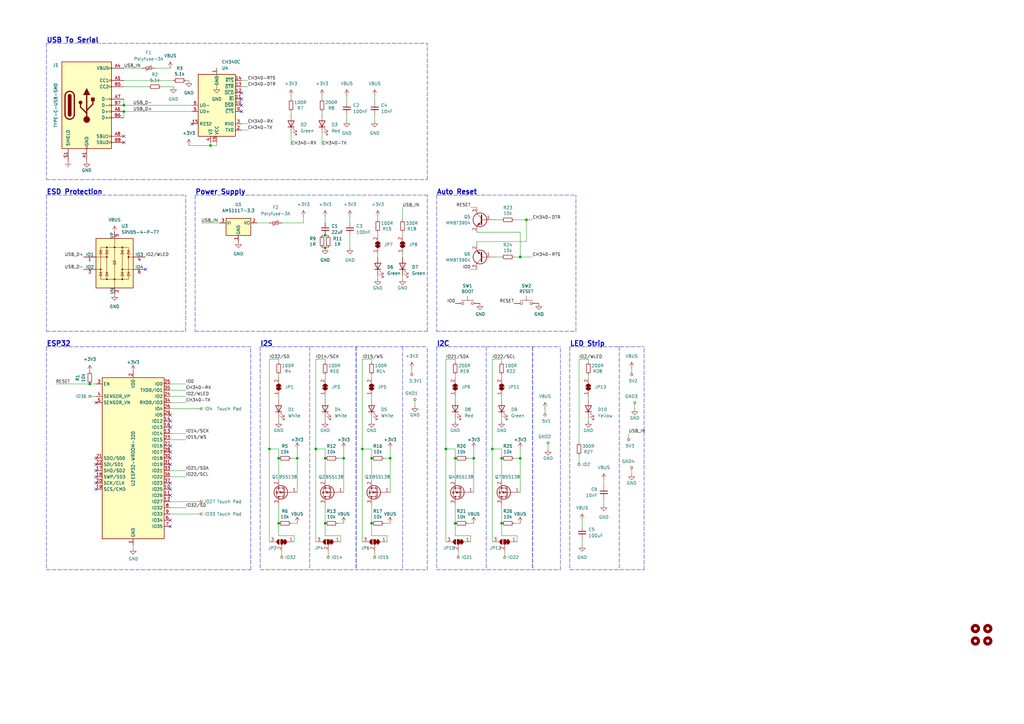
<source format=kicad_sch>
(kicad_sch (version 20211123) (generator eeschema)
  (paper "A3")
  (junction (at 201.93 184.15))
  (junction (at 129.54 184.15))
  (junction (at 152.4 187.96))
  (junction (at 86.36 59.69))
  (junction (at 110.49 184.15))
  (junction (at 152.4 214.63))
  (junction (at 205.74 187.96))
  (junction (at 140.97 187.96))
  (junction (at 194.31 187.96))
  (junction (at 114.3 214.63))
  (junction (at 114.3 187.96))
  (junction (at 121.92 187.96))
  (junction (at 50.8 45.72))
  (junction (at 182.88 184.15))
  (junction (at 50.8 43.18))
  (junction (at 36.83 157.48))
  (junction (at 148.59 184.15))
  (junction (at 213.36 105.41))
  (junction (at 213.36 187.96))
  (junction (at 133.35 96.52))
  (junction (at 133.35 101.6))
  (junction (at 160.02 187.96))
  (junction (at 186.69 187.96))
  (junction (at 133.35 187.96))
  (junction (at 205.74 214.63))
  (junction (at 186.69 214.63))
  (junction (at 215.9 90.17))
  (junction (at 133.35 214.63))
  (no_connect (at 59.69 110.49))
  (no_connect (at 69.85 182.88))
  (no_connect (at 69.85 185.42))
  (no_connect (at 50.8 58.42))
  (no_connect (at 50.8 55.88))
  (no_connect (at 39.37 200.66))
  (no_connect (at 39.37 198.12))
  (no_connect (at 39.37 195.58))
  (no_connect (at 39.37 193.04))
  (no_connect (at 39.37 190.5))
  (no_connect (at 39.37 187.96))
  (no_connect (at 69.85 215.9))
  (no_connect (at 69.85 213.36))
  (no_connect (at 39.37 165.1))
  (no_connect (at 69.85 172.72))
  (no_connect (at 78.74 50.8))
  (no_connect (at 99.06 43.18))
  (no_connect (at 99.06 45.72))
  (no_connect (at 99.06 38.1))
  (no_connect (at 99.06 40.64))
  (no_connect (at 69.85 175.26))
  (no_connect (at 69.85 198.12))
  (no_connect (at 69.85 200.66))
  (no_connect (at 69.85 187.96))
  (no_connect (at 69.85 190.5))
  (no_connect (at 69.85 170.18))
  (no_connect (at 69.85 203.2))
  (polyline (pts (xy 19.05 80.01) (xy 19.05 135.89)))
  (wire (pts (xy 186.69 153.67) (xy 186.69 154.94)))
  (polyline (pts (xy 179.07 142.24) (xy 179.07 233.68)))
  (wire (pts (xy 133.35 171.45) (xy 133.35 172.72)))
  (wire (pts (xy 69.85 193.04) (xy 76.2 193.04)))
  (wire (pts (xy 205.74 184.15) (xy 205.74 187.96)))
  (wire (pts (xy 132.08 101.6) (xy 133.35 101.6)))
  (wire (pts (xy 114.3 162.56) (xy 114.3 163.83)))
  (wire (pts (xy 69.85 210.82) (xy 82.55 210.82)))
  (wire (pts (xy 205.74 207.01) (xy 205.74 214.63)))
  (polyline (pts (xy 233.68 142.24) (xy 264.16 142.24)))
  (wire (pts (xy 132.08 96.52) (xy 133.35 96.52)))
  (wire (pts (xy 50.8 35.56) (xy 60.96 35.56)))
  (wire (pts (xy 152.4 147.32) (xy 152.4 148.59)))
  (wire (pts (xy 133.35 162.56) (xy 133.35 163.83)))
  (polyline (pts (xy 146.05 142.24) (xy 146.05 233.68)))
  (wire (pts (xy 124.46 91.44) (xy 124.46 88.9)))
  (wire (pts (xy 114.3 207.01) (xy 114.3 214.63)))
  (polyline (pts (xy 19.05 135.89) (xy 76.2 135.89)))
  (wire (pts (xy 142.24 39.37) (xy 142.24 41.91)))
  (wire (pts (xy 121.92 187.96) (xy 121.92 184.15)))
  (wire (pts (xy 237.49 147.32) (xy 237.49 181.61)))
  (wire (pts (xy 153.67 46.99) (xy 153.67 49.53)))
  (wire (pts (xy 160.02 187.96) (xy 160.02 184.15)))
  (wire (pts (xy 69.85 167.64) (xy 82.55 167.64)))
  (wire (pts (xy 201.93 184.15) (xy 205.74 184.15)))
  (wire (pts (xy 69.85 157.48) (xy 76.2 157.48)))
  (wire (pts (xy 63.5 27.94) (xy 69.85 27.94)))
  (wire (pts (xy 86.36 58.42) (xy 86.36 59.69)))
  (wire (pts (xy 69.85 177.8) (xy 76.2 177.8)))
  (wire (pts (xy 160.02 201.93) (xy 160.02 187.96)))
  (wire (pts (xy 121.92 201.93) (xy 121.92 187.96)))
  (polyline (pts (xy 199.39 142.24) (xy 199.39 233.68)))
  (polyline (pts (xy 218.44 142.24) (xy 218.44 233.68)))
  (wire (pts (xy 203.2 105.41) (xy 205.74 105.41)))
  (wire (pts (xy 247.65 204.47) (xy 247.65 207.01)))
  (wire (pts (xy 119.38 187.96) (xy 121.92 187.96)))
  (wire (pts (xy 110.49 184.15) (xy 114.3 184.15)))
  (wire (pts (xy 186.69 219.71) (xy 193.04 219.71)))
  (wire (pts (xy 203.2 90.17) (xy 205.74 90.17)))
  (wire (pts (xy 143.51 96.52) (xy 143.51 101.6)))
  (wire (pts (xy 194.31 187.96) (xy 194.31 184.15)))
  (wire (pts (xy 129.54 184.15) (xy 133.35 184.15)))
  (wire (pts (xy 260.35 167.64) (xy 260.35 165.1)))
  (polyline (pts (xy 80.01 80.01) (xy 80.01 135.89)))
  (wire (pts (xy 69.85 160.02) (xy 76.2 160.02)))
  (wire (pts (xy 115.57 226.06) (xy 115.57 228.6)))
  (wire (pts (xy 186.69 184.15) (xy 186.69 187.96)))
  (wire (pts (xy 142.24 46.99) (xy 142.24 49.53)))
  (polyline (pts (xy 80.01 135.89) (xy 175.26 135.89)))
  (wire (pts (xy 210.82 187.96) (xy 213.36 187.96)))
  (polyline (pts (xy 19.05 17.78) (xy 175.26 17.78)))
  (wire (pts (xy 153.67 226.06) (xy 153.67 228.6)))
  (polyline (pts (xy 102.87 233.68) (xy 102.87 142.24)))
  (wire (pts (xy 119.38 39.37) (xy 119.38 40.64)))
  (wire (pts (xy 154.94 113.03) (xy 154.94 114.3)))
  (polyline (pts (xy 146.05 142.24) (xy 146.05 233.68)))
  (wire (pts (xy 140.97 201.93) (xy 140.97 187.96)))
  (wire (pts (xy 110.49 147.32) (xy 114.3 147.32)))
  (wire (pts (xy 182.88 147.32) (xy 186.69 147.32)))
  (wire (pts (xy 110.49 184.15) (xy 110.49 222.25)))
  (wire (pts (xy 119.38 45.72) (xy 119.38 46.99)))
  (wire (pts (xy 133.35 153.67) (xy 133.35 154.94)))
  (wire (pts (xy 207.01 226.06) (xy 207.01 228.6)))
  (wire (pts (xy 154.94 95.25) (xy 154.94 96.52)))
  (wire (pts (xy 114.3 187.96) (xy 114.3 196.85)))
  (wire (pts (xy 210.82 214.63) (xy 213.36 214.63)))
  (wire (pts (xy 205.74 214.63) (xy 205.74 219.71)))
  (wire (pts (xy 119.38 214.63) (xy 121.92 214.63)))
  (polyline (pts (xy 179.07 135.89) (xy 236.22 135.89)))
  (wire (pts (xy 22.86 157.48) (xy 36.83 157.48)))
  (wire (pts (xy 133.35 214.63) (xy 133.35 219.71)))
  (wire (pts (xy 69.85 165.1) (xy 76.2 165.1)))
  (wire (pts (xy 120.65 219.71) (xy 120.65 222.25)))
  (polyline (pts (xy 229.87 233.68) (xy 229.87 142.24)))
  (wire (pts (xy 182.88 184.15) (xy 182.88 222.25)))
  (polyline (pts (xy 106.68 142.24) (xy 106.68 233.68)))
  (polyline (pts (xy 106.68 233.68) (xy 175.26 233.68)))
  (polyline (pts (xy 179.07 142.24) (xy 229.87 142.24)))
  (polyline (pts (xy 179.07 80.01) (xy 179.07 135.89)))
  (wire (pts (xy 157.48 187.96) (xy 160.02 187.96)))
  (wire (pts (xy 193.04 219.71) (xy 193.04 222.25)))
  (wire (pts (xy 50.8 45.72) (xy 50.8 48.26)))
  (polyline (pts (xy 19.05 142.24) (xy 19.05 233.68)))
  (wire (pts (xy 191.77 214.63) (xy 194.31 214.63)))
  (wire (pts (xy 114.3 219.71) (xy 120.65 219.71)))
  (wire (pts (xy 115.57 91.44) (xy 124.46 91.44)))
  (wire (pts (xy 165.1 113.03) (xy 165.1 114.3)))
  (wire (pts (xy 36.83 157.48) (xy 39.37 157.48)))
  (wire (pts (xy 36.83 162.56) (xy 39.37 162.56)))
  (wire (pts (xy 148.59 147.32) (xy 148.59 184.15)))
  (polyline (pts (xy 179.07 233.68) (xy 229.87 233.68)))
  (wire (pts (xy 205.74 219.71) (xy 212.09 219.71)))
  (wire (pts (xy 182.88 147.32) (xy 182.88 184.15)))
  (polyline (pts (xy 19.05 233.68) (xy 102.87 233.68)))
  (wire (pts (xy 186.69 147.32) (xy 186.69 148.59)))
  (wire (pts (xy 50.8 43.18) (xy 78.74 43.18)))
  (wire (pts (xy 193.04 85.09) (xy 195.58 85.09)))
  (polyline (pts (xy 175.26 135.89) (xy 175.26 80.01)))
  (wire (pts (xy 138.43 187.96) (xy 140.97 187.96)))
  (wire (pts (xy 195.58 99.06) (xy 215.9 99.06)))
  (wire (pts (xy 114.3 184.15) (xy 114.3 187.96)))
  (polyline (pts (xy 236.22 135.89) (xy 236.22 80.01)))
  (polyline (pts (xy 233.68 233.68) (xy 264.16 233.68)))
  (wire (pts (xy 50.8 27.94) (xy 58.42 27.94)))
  (wire (pts (xy 152.4 207.01) (xy 152.4 214.63)))
  (wire (pts (xy 132.08 45.72) (xy 132.08 46.99)))
  (wire (pts (xy 213.36 105.41) (xy 218.44 105.41)))
  (wire (pts (xy 69.85 195.58) (xy 76.2 195.58)))
  (polyline (pts (xy 254 142.24) (xy 254 233.68)))
  (wire (pts (xy 133.35 207.01) (xy 133.35 214.63)))
  (wire (pts (xy 99.06 35.56) (xy 101.6 35.56)))
  (wire (pts (xy 50.8 33.02) (xy 71.12 33.02)))
  (wire (pts (xy 77.47 59.69) (xy 86.36 59.69)))
  (wire (pts (xy 195.58 100.33) (xy 195.58 99.06)))
  (wire (pts (xy 194.31 201.93) (xy 194.31 187.96)))
  (wire (pts (xy 133.35 147.32) (xy 133.35 148.59)))
  (wire (pts (xy 152.4 162.56) (xy 152.4 163.83)))
  (wire (pts (xy 205.74 153.67) (xy 205.74 154.94)))
  (wire (pts (xy 88.9 58.42) (xy 88.9 59.69)))
  (wire (pts (xy 129.54 147.32) (xy 133.35 147.32)))
  (wire (pts (xy 186.69 171.45) (xy 186.69 172.72)))
  (wire (pts (xy 132.08 39.37) (xy 132.08 40.64)))
  (wire (pts (xy 133.35 101.6) (xy 134.62 101.6)))
  (polyline (pts (xy 19.05 17.78) (xy 19.05 73.66)))
  (wire (pts (xy 205.74 171.45) (xy 205.74 172.72)))
  (polyline (pts (xy 80.01 80.01) (xy 175.26 80.01)))
  (wire (pts (xy 114.3 214.63) (xy 114.3 219.71)))
  (wire (pts (xy 191.77 187.96) (xy 194.31 187.96)))
  (wire (pts (xy 165.1 104.14) (xy 165.1 105.41)))
  (wire (pts (xy 157.48 214.63) (xy 160.02 214.63)))
  (wire (pts (xy 88.9 35.56) (xy 88.9 27.94)))
  (polyline (pts (xy 264.16 233.68) (xy 264.16 142.24)))
  (polyline (pts (xy 179.07 80.01) (xy 236.22 80.01)))
  (wire (pts (xy 129.54 184.15) (xy 129.54 222.25)))
  (polyline (pts (xy 106.68 142.24) (xy 175.26 142.24)))
  (wire (pts (xy 205.74 187.96) (xy 205.74 196.85)))
  (wire (pts (xy 186.69 207.01) (xy 186.69 214.63)))
  (wire (pts (xy 119.38 54.61) (xy 119.38 59.69)))
  (polyline (pts (xy 19.05 142.24) (xy 102.87 142.24)))
  (wire (pts (xy 139.7 219.71) (xy 139.7 222.25)))
  (polyline (pts (xy 175.26 233.68) (xy 175.26 142.24)))
  (wire (pts (xy 182.88 184.15) (xy 186.69 184.15)))
  (wire (pts (xy 224.79 184.15) (xy 224.79 181.61)))
  (wire (pts (xy 201.93 147.32) (xy 201.93 184.15)))
  (wire (pts (xy 148.59 184.15) (xy 148.59 222.25)))
  (wire (pts (xy 237.49 186.69) (xy 237.49 190.5)))
  (polyline (pts (xy 19.05 73.66) (xy 175.26 73.66)))
  (wire (pts (xy 223.52 167.64) (xy 223.52 170.18)))
  (wire (pts (xy 170.18 166.37) (xy 170.18 163.83)))
  (wire (pts (xy 241.3 162.56) (xy 241.3 163.83)))
  (wire (pts (xy 186.69 162.56) (xy 186.69 163.83)))
  (wire (pts (xy 133.35 184.15) (xy 133.35 187.96)))
  (wire (pts (xy 143.51 88.9) (xy 143.51 91.44)))
  (wire (pts (xy 152.4 153.67) (xy 152.4 154.94)))
  (wire (pts (xy 205.74 147.32) (xy 205.74 148.59)))
  (wire (pts (xy 201.93 147.32) (xy 205.74 147.32)))
  (polyline (pts (xy 76.2 135.89) (xy 76.2 80.01)))
  (wire (pts (xy 152.4 219.71) (xy 158.75 219.71)))
  (wire (pts (xy 148.59 184.15) (xy 152.4 184.15)))
  (wire (pts (xy 195.58 95.25) (xy 213.36 95.25)))
  (wire (pts (xy 114.3 153.67) (xy 114.3 154.94)))
  (wire (pts (xy 86.36 59.69) (xy 88.9 59.69)))
  (polyline (pts (xy 127 142.24) (xy 127 233.68)))
  (wire (pts (xy 213.36 187.96) (xy 213.36 184.15)))
  (polyline (pts (xy 175.26 73.66) (xy 175.26 17.78)))
  (polyline (pts (xy 19.05 80.01) (xy 76.2 80.01)))
  (wire (pts (xy 257.81 177.8) (xy 257.81 180.34)))
  (wire (pts (xy 213.36 95.25) (xy 213.36 105.41)))
  (wire (pts (xy 50.8 45.72) (xy 78.74 45.72)))
  (wire (pts (xy 54.61 223.52) (xy 54.61 224.79)))
  (wire (pts (xy 148.59 147.32) (xy 152.4 147.32)))
  (wire (pts (xy 158.75 219.71) (xy 158.75 222.25)))
  (wire (pts (xy 133.35 187.96) (xy 133.35 196.85)))
  (wire (pts (xy 241.3 147.32) (xy 241.3 148.59)))
  (wire (pts (xy 76.2 33.02) (xy 77.47 33.02)))
  (wire (pts (xy 69.85 205.74) (xy 82.55 205.74)))
  (wire (pts (xy 140.97 187.96) (xy 140.97 184.15)))
  (wire (pts (xy 193.04 110.49) (xy 195.58 110.49)))
  (wire (pts (xy 132.08 54.61) (xy 132.08 59.69)))
  (wire (pts (xy 138.43 214.63) (xy 140.97 214.63)))
  (wire (pts (xy 210.82 105.41) (xy 213.36 105.41)))
  (wire (pts (xy 153.67 39.37) (xy 153.67 41.91)))
  (wire (pts (xy 154.94 88.9) (xy 154.94 90.17)))
  (wire (pts (xy 69.85 208.28) (xy 76.2 208.28)))
  (wire (pts (xy 133.35 88.9) (xy 133.35 91.44)))
  (wire (pts (xy 69.85 180.34) (xy 76.2 180.34)))
  (wire (pts (xy 82.55 91.44) (xy 90.17 91.44)))
  (wire (pts (xy 205.74 162.56) (xy 205.74 163.83)))
  (wire (pts (xy 66.04 35.56) (xy 71.12 35.56)))
  (wire (pts (xy 187.96 226.06) (xy 187.96 228.6)))
  (wire (pts (xy 134.62 226.06) (xy 134.62 228.6)))
  (wire (pts (xy 201.93 184.15) (xy 201.93 222.25)))
  (wire (pts (xy 110.49 91.44) (xy 105.41 91.44)))
  (wire (pts (xy 152.4 171.45) (xy 152.4 172.72)))
  (wire (pts (xy 238.76 213.36) (xy 238.76 215.9)))
  (wire (pts (xy 186.69 214.63) (xy 186.69 219.71)))
  (wire (pts (xy 259.08 151.13) (xy 259.08 153.67)))
  (wire (pts (xy 69.85 162.56) (xy 76.2 162.56)))
  (wire (pts (xy 152.4 187.96) (xy 152.4 196.85)))
  (polyline (pts (xy 165.1 142.24) (xy 165.1 233.68)))
  (wire (pts (xy 154.94 104.14) (xy 154.94 105.41)))
  (wire (pts (xy 168.91 151.13) (xy 168.91 153.67)))
  (wire (pts (xy 186.69 187.96) (xy 186.69 196.85)))
  (wire (pts (xy 241.3 153.67) (xy 241.3 154.94)))
  (wire (pts (xy 215.9 90.17) (xy 218.44 90.17)))
  (wire (pts (xy 114.3 147.32) (xy 114.3 148.59)))
  (wire (pts (xy 152.4 184.15) (xy 152.4 187.96)))
  (wire (pts (xy 99.06 50.8) (xy 101.6 50.8)))
  (wire (pts (xy 259.08 194.31) (xy 259.08 191.77)))
  (wire (pts (xy 247.65 196.85) (xy 247.65 199.39)))
  (wire (pts (xy 212.09 219.71) (xy 212.09 222.25)))
  (wire (pts (xy 237.49 147.32) (xy 241.3 147.32)))
  (wire (pts (xy 152.4 214.63) (xy 152.4 219.71)))
  (wire (pts (xy 213.36 201.93) (xy 213.36 187.96)))
  (wire (pts (xy 165.1 85.09) (xy 165.1 90.17)))
  (wire (pts (xy 99.06 53.34) (xy 101.6 53.34)))
  (polyline (pts (xy 233.68 142.24) (xy 233.68 233.68)))
  (wire (pts (xy 133.35 219.71) (xy 139.7 219.71)))
  (wire (pts (xy 114.3 171.45) (xy 114.3 172.72)))
  (wire (pts (xy 99.06 33.02) (xy 101.6 33.02)))
  (wire (pts (xy 129.54 147.32) (xy 129.54 184.15)))
  (wire (pts (xy 165.1 95.25) (xy 165.1 96.52)))
  (wire (pts (xy 210.82 90.17) (xy 215.9 90.17)))
  (wire (pts (xy 110.49 147.32) (xy 110.49 184.15)))
  (wire (pts (xy 133.35 96.52) (xy 134.62 96.52)))
  (wire (pts (xy 50.8 40.64) (xy 50.8 43.18)))
  (wire (pts (xy 238.76 220.98) (xy 238.76 223.52)))
  (wire (pts (xy 215.9 99.06) (xy 215.9 90.17)))
  (polyline (pts (xy 218.44 142.24) (xy 218.44 233.68)))
  (wire (pts (xy 241.3 171.45) (xy 241.3 172.72)))
  (text "ESP32\n" (at 19.05 142.24 0) (effects (font (size 2 2) (thickness 0.4) bold) (justify left bottom)))
  (text "I2C\n" (at 179.07 142.24 0) (effects (font (size 2 2) (thickness 0.4) bold) (justify left bottom)))
  (text "USB To Serial" (at 19.05 17.78 0) (effects (font (size 2 2) (thickness 0.4) bold) (justify left bottom)))
  (text "ESD Protection\n" (at 19.05 80.01 0) (effects (font (size 2 2) (thickness 0.4) bold) (justify left bottom)))
  (text "I2S" (at 106.68 142.24 0) (effects (font (size 2 2) (thickness 0.4) bold) (justify left bottom)))
  (text "LED Strip\n" (at 233.68 142.24 0) (effects (font (size 2 2) (thickness 0.4) bold) (justify left bottom)))
  (text "Auto Reset" (at 179.07 80.01 0) (effects (font (size 2 2) (thickness 0.4) bold) (justify left bottom)))
  (text "Power Supply\n" (at 80.01 80.01 0) (effects (font (size 2 2) (thickness 0.4) bold) (justify left bottom)))
  (label "CH340-TX" (at 132.08 59.69 0))
  (label "USB_IN" (at 50.8 27.94 0))
  (label "CH340-RX" (at 76.2 160.02 0))
  (label "USB_D+" (at 34.29 105.41 180))
  (label "USB_IN" (at 165.1 85.09 0))
  (label "IO0" (at 76.2 157.48 0))
  (label "RESET" (at 193.04 85.09 180))
  (label "IO15{slash}WS" (at 76.2 180.34 0))
  (label "RESET" (at 22.86 157.48 0))
  (label "CH340-DTR" (at 218.44 90.17 0))
  (label "IO14{slash}SCK" (at 129.54 147.32 0))
  (label "RESET" (at 210.82 124.46 180))
  (label "IO32{slash}SD" (at 76.2 208.28 0))
  (label "USB_IN" (at 82.55 91.44 0))
  (label "USB_IN" (at 257.81 177.8 0))
  (label "CH340-RX" (at 101.6 50.8 0))
  (label "IO22{slash}SCL" (at 76.2 195.58 0))
  (label "IO0" (at 193.04 110.49 180))
  (label "CH340-TX" (at 76.2 165.1 0))
  (label "CH340-TX" (at 101.6 53.34 0))
  (label "CH340-RTS" (at 218.44 105.41 0))
  (label "IO2{slash}WLED" (at 76.2 162.56 0))
  (label "IO21{slash}SDA" (at 182.88 147.32 0))
  (label "CH340-RTS" (at 101.6 33.02 0))
  (label "USB_D+" (at 54.61 45.72 0))
  (label "IO32{slash}SD" (at 110.49 147.32 0))
  (label "USB_D-" (at 54.61 43.18 0))
  (label "CH340-RX" (at 119.38 59.69 0))
  (label "IO21{slash}SDA" (at 76.2 193.04 0))
  (label "CH340-DTR" (at 101.6 35.56 0))
  (label "IO2{slash}WLED" (at 237.49 147.32 0))
  (label "IO15{slash}WS" (at 148.59 147.32 0))
  (label "IO0" (at 186.69 124.46 180))
  (label "USB_D-" (at 34.29 110.49 180))
  (label "IO22{slash}SCL" (at 201.93 147.32 0))
  (label "IO2{slash}WLED" (at 59.69 105.41 0))
  (label "IO14{slash}SCK" (at 76.2 177.8 0))
  (symbol (lib_id "RF_Module:ESP32-WROOM-32D") (at 54.61 187.96 0) (unit 1)
    (property "Reference" "U2" (at 54.61 198.12 90))
    (property "Value" "ESP32-WROOM-32D" (at 54.61 186.69 90))
    (property "Footprint" "RF_Module:ESP32-WROOM-32" (effects hide))
  )
  (symbol (lib_id "power:GND") (at 54.61 224.79 0) (unit 1)
    (property "Reference" "#PWR025" (effects hide))
    (property "Value" "GND" (at 54.737 229.1842 0))
  )
  (symbol (lib_id "power:+3.3V") (at 54.61 152.4 0) (unit 1)
    (property "Reference" "#PWR024" (effects hide))
    (property "Value" "+3.3V" (at 54.61 148.59 0))
  )
  (symbol (lib_id "Switch:SW_Push") (at 191.77 124.46 0) (unit 1)
    (property "Reference" "SW1" (at 191.77 117.221 0))
    (property "Value" "BOOT" (at 191.77 119.5324 0))
    (property "Footprint" "main:TS-1187A-B-A-B" (effects hide))
    (property "LCSC" "C318884" (effects hide))
  )
  (symbol (lib_id "power:GND") (at 196.85 124.46 0) (unit 1)
    (property "Reference" "#PWR0103" (effects hide))
    (property "Value" "GND" (at 196.977 128.8542 0))
  )
  (symbol (lib_id "power:GND") (at 260.35 167.64 0) (unit 1)
    (property "Reference" "#PWR0104" (effects hide))
    (property "Value" "GND" (at 260.35 171.45 0))
  )
  (symbol (lib_id "Device:R_Small") (at 134.62 99.06 0) (unit 1)
    (property "Reference" "R11" (at 138.43 97.8916 0))
    (property "Value" "1R" (at 138.43 100.203 0))
    (property "Footprint" "Resistor_SMD:R_0402_1005Metric" (effects hide))
    (property "LCSC" "C25086" (effects hide))
  )
  (symbol (lib_id "power:+3.3V") (at 119.38 39.37 0) (unit 1)
    (property "Reference" "#PWR03" (effects hide))
    (property "Value" "+3.3V" (at 119.38 34.29 0))
  )
  (symbol (lib_id "power:+3.3V") (at 154.94 88.9 0) (unit 1)
    (property "Reference" "#PWR032" (effects hide))
    (property "Value" "+3.3V" (at 154.94 83.82 0))
  )
  (symbol (lib_id "Device:LED") (at 205.74 167.64 90) (unit 1)
    (property "Reference" "D9" (at 209.55 167.9574 90) (effects (justify right)))
    (property "Value" "Green" (at 209.55 170.4974 90) (effects (justify right)))
    (property "Footprint" "LED_SMD:LED_0603_1608Metric" (effects hide))
    (property "LCSC" "C72043" (effects hide))
  )
  (symbol (lib_id "power:GND") (at 152.4 172.72 0) (unit 1)
    (property "Reference" "#PWR016" (effects hide))
    (property "Value" "GND" (at 152.4 176.53 0))
  )
  (symbol (lib_id "Jumper:SolderJumper_2_Bridged") (at 165.1 100.33 90) (unit 1)
    (property "Reference" "JP8" (at 167.64 100.3299 90) (effects (justify right)))
    (property "Value" "SolderJumper_2_Bridged" (effects hide))
    (property "Footprint" "Jumper:SolderJumper-2_P1.3mm_Bridged_RoundedPad1.0x1.5mm" (effects hide))
  )
  (symbol (lib_id "power:+3.3V") (at 213.36 184.15 0) (unit 1)
    (property "Reference" "#PWR043" (effects hide))
    (property "Value" "+3.3V" (at 213.36 180.34 0))
  )
  (symbol (lib_id "power:Earth") (at 27.94 66.04 0) (unit 1)
    (property "Reference" "#PWR0101" (effects hide))
    (property "Value" "Earth" (effects hide))
  )
  (symbol (lib_id "Device:R_Small") (at 132.08 43.18 0) (mirror y) (unit 1)
    (property "Reference" "R8" (at 135.89 44.3484 0))
    (property "Value" "200R" (at 135.89 42.037 0))
    (property "Footprint" "Resistor_SMD:R_0402_1005Metric" (effects hide))
    (property "LCSC" "C25087" (effects hide))
  )
  (symbol (lib_id "Device:R_Small") (at 154.94 187.96 90) (unit 1)
    (property "Reference" "R16" (at 154.94 182.9816 90))
    (property "Value" "10k" (at 154.94 185.293 90))
    (property "Footprint" "Resistor_SMD:R_0402_1005Metric" (effects hide))
    (property "LCSC" "C25744" (effects hide))
  )
  (symbol (lib_id "Jumper:SolderJumper_2_Bridged") (at 205.74 158.75 90) (unit 1)
    (property "Reference" "JP11" (at 208.28 158.7499 90) (effects (justify right)))
    (property "Value" "SolderJumper_2_Bridged" (effects hide))
    (property "Footprint" "Jumper:SolderJumper-2_P1.3mm_Bridged_RoundedPad1.0x1.5mm" (effects hide))
  )
  (symbol (lib_id "Connector:USB_C_Receptacle_USB2.0") (at 35.56 43.18 0) (unit 1)
    (property "Reference" "J1" (at 22.86 26.67 0))
    (property "Value" "TYPE-C-USB-SMD" (at 22.86 43.18 90))
    (property "Footprint" "Connector_USB:USB_C_Receptacle_XKB_U262-16XN-4BVC11" (effects hide))
    (property "LCSC" "C167321" (effects hide))
  )
  (symbol (lib_id "Connector:TestPoint_Small") (at 82.55 205.74 0) (unit 1)
    (property "Reference" "IO27" (at 83.82 205.74 0) (effects (justify left)))
    (property "Value" "Touch Pad" (at 88.9 205.74 0) (effects (justify left)))
    (property "Footprint" "main:Touch Pad" (effects hide))
  )
  (symbol (lib_id "Device:C_Small") (at 142.24 44.45 0) (unit 1)
    (property "Reference" "C2" (at 144.78 43.1862 0) (effects (justify left)))
    (property "Value" "100nF" (at 144.78 45.7262 0) (effects (justify left)))
    (property "Footprint" "Capacitor_SMD:C_0402_1005Metric" (effects hide))
    (property "LCSC" "C1525" (effects hide))
  )
  (symbol (lib_id "power:GND") (at 247.65 207.01 0) (mirror y) (unit 1)
    (property "Reference" "#PWR052" (effects hide))
    (property "Value" "GND" (at 247.65 212.09 0))
  )
  (symbol (lib_id "Connector:TestPoint_Small") (at 187.96 228.6 0) (unit 1)
    (property "Reference" "IO21" (at 189.23 228.6 0) (effects (justify left)))
    (property "Value" "IO" (effects hide))
    (property "Footprint" "main:IO Pad" (effects hide))
  )
  (symbol (lib_id "Transistor_FET:BSS138") (at 135.89 201.93 180) (unit 1)
    (property "Reference" "Q2" (at 133.35 195.58 0) (effects (justify left)))
    (property "Value" "BSS138" (at 140.97 195.58 0) (effects (justify left)))
    (property "Footprint" "Package_TO_SOT_SMD:SOT-23" (effects hide))
    (property "LCSC" "C78284" (effects hide))
  )
  (symbol (lib_id "power:VBUS") (at 142.24 39.37 0) (unit 1)
    (property "Reference" "#PWR012" (effects hide))
    (property "Value" "VBUS" (at 142.24 34.29 0))
  )
  (symbol (lib_id "Transistor_FET:BSS138") (at 154.94 201.93 180) (unit 1)
    (property "Reference" "Q3" (at 152.4 195.58 0) (effects (justify left)))
    (property "Value" "BSS138" (at 160.02 195.58 0) (effects (justify left)))
    (property "Footprint" "Package_TO_SOT_SMD:SOT-23" (effects hide))
    (property "LCSC" "C78284" (effects hide))
  )
  (symbol (lib_id "power:GND") (at 114.3 172.72 0) (unit 1)
    (property "Reference" "#PWR02" (effects hide))
    (property "Value" "GND" (at 114.3 176.53 0))
  )
  (symbol (lib_id "Device:C_Small") (at 133.35 93.98 0) (unit 1)
    (property "Reference" "C1" (at 135.89 92.7162 0) (effects (justify left)))
    (property "Value" "22uF" (at 135.89 95.2562 0) (effects (justify left)))
    (property "Footprint" "Capacitor_SMD:C_1206_3216Metric" (effects hide))
    (property "LCSC" "C5672" (effects hide))
  )
  (symbol (lib_id "power:GND") (at 224.79 184.15 0) (unit 1)
    (property "Reference" "#PWR047" (effects hide))
    (property "Value" "GND" (at 224.79 187.96 0))
  )
  (symbol (lib_id "power:GND") (at 170.18 166.37 0) (unit 1)
    (property "Reference" "#PWR038" (effects hide))
    (property "Value" "GND" (at 170.18 170.18 0))
  )
  (symbol (lib_id "Connector:TestPoint_Small") (at 223.52 170.18 0) (unit 1)
    (property "Reference" "5V1" (at 222.25 172.72 0) (effects (justify left)))
    (property "Value" "IO" (effects hide))
    (property "Footprint" "main:IO Pad" (effects hide))
  )
  (symbol (lib_id "Mechanical:MountingHole") (at 400.05 262.89 0) (unit 1)
    (property "Reference" "H3" (effects hide))
    (property "Value" "MountingHole" (effects hide))
    (property "Footprint" "MountingHole:MountingHole_3.2mm_M3_DIN965" (effects hide))
  )
  (symbol (lib_id "Device:R_Small") (at 208.28 105.41 90) (unit 1)
    (property "Reference" "R24" (at 208.28 100.4316 90))
    (property "Value" "10k" (at 208.28 102.743 90))
    (property "Footprint" "Resistor_SMD:R_0402_1005Metric" (effects hide))
    (property "LCSC" "C25744" (effects hide))
  )
  (symbol (lib_id "Device:R_Small") (at 135.89 187.96 90) (unit 1)
    (property "Reference" "R12" (at 135.89 182.9816 90))
    (property "Value" "10k" (at 135.89 185.293 90))
    (property "Footprint" "Resistor_SMD:R_0402_1005Metric" (effects hide))
    (property "LCSC" "C25744" (effects hide))
  )
  (symbol (lib_id "Connector:TestPoint_Small") (at 224.79 181.61 180) (unit 1)
    (property "Reference" "GND2" (at 226.06 179.07 0) (effects (justify left)))
    (property "Value" "IO" (effects hide))
    (property "Footprint" "main:IO Pad" (effects hide))
  )
  (symbol (lib_id "Connector:TestPoint_Small") (at 237.49 190.5 0) (unit 1)
    (property "Reference" "IO2" (at 238.76 190.5 0) (effects (justify left)))
    (property "Value" "IO" (effects hide))
    (property "Footprint" "main:IO Pad" (effects hide))
  )
  (symbol (lib_id "power:+3.3V") (at 194.31 184.15 0) (unit 1)
    (property "Reference" "#PWR040" (effects hide))
    (property "Value" "+3.3V" (at 194.31 180.34 0))
  )
  (symbol (lib_id "power:VBUS") (at 247.65 196.85 0) (mirror y) (unit 1)
    (property "Reference" "#PWR051" (effects hide))
    (property "Value" "VBUS" (at 247.65 191.77 0))
  )
  (symbol (lib_id "Device:R_Small") (at 135.89 214.63 90) (unit 1)
    (property "Reference" "R13" (at 135.89 209.6516 90))
    (property "Value" "10k" (at 135.89 211.963 90))
    (property "Footprint" "Resistor_SMD:R_0402_1005Metric" (effects hide))
    (property "LCSC" "C25744" (effects hide))
  )
  (symbol (lib_id "Mechanical:MountingHole") (at 405.13 262.89 0) (unit 1)
    (property "Reference" "H4" (effects hide))
    (property "Value" "MountingHole" (effects hide))
    (property "Footprint" "MountingHole:MountingHole_3.2mm_M3_DIN965" (effects hide))
  )
  (symbol (lib_id "power:GND") (at 71.12 35.56 0) (unit 1)
    (property "Reference" "#PWR026" (effects hide))
    (property "Value" "GND" (at 71.12 40.64 0))
  )
  (symbol (lib_id "power:GND") (at 143.51 101.6 0) (unit 1)
    (property "Reference" "#PWR014" (effects hide))
    (property "Value" "GND" (at 143.51 106.68 0))
  )
  (symbol (lib_id "power:VBUS") (at 46.99 95.25 0) (unit 1)
    (property "Reference" "#PWR019" (effects hide))
    (property "Value" "VBUS" (at 46.99 90.17 0))
  )
  (symbol (lib_id "Connector:TestPoint_Small") (at 259.08 153.67 0) (unit 1)
    (property "Reference" "5V2" (at 257.81 156.21 0) (effects (justify left)))
    (property "Value" "IO" (effects hide))
    (property "Footprint" "main:IO Pad" (effects hide))
  )
  (symbol (lib_id "power:VBUS") (at 194.31 214.63 0) (unit 1)
    (property "Reference" "#PWR041" (effects hide))
    (property "Value" "VBUS" (at 194.31 210.82 0))
  )
  (symbol (lib_id "power:VBUS") (at 140.97 214.63 0) (unit 1)
    (property "Reference" "#PWR010" (effects hide))
    (property "Value" "VBUS" (at 140.97 210.82 0))
  )
  (symbol (lib_id "Device:R_Small") (at 116.84 214.63 90) (unit 1)
    (property "Reference" "R6" (at 116.84 209.6516 90))
    (property "Value" "10k" (at 116.84 211.963 90))
    (property "Footprint" "Resistor_SMD:R_0402_1005Metric" (effects hide))
    (property "LCSC" "C25744" (effects hide))
  )
  (symbol (lib_id "Power_Protection:SRV05-4") (at 46.99 107.95 0) (unit 1)
    (property "Reference" "U3" (at 49.7587 92.71 0) (effects (justify left)))
    (property "Value" "SRV05-4-P-T7" (at 49.7587 95.25 0) (effects (justify left)))
    (property "Footprint" "Package_TO_SOT_SMD:SOT-23-6" (effects hide))
    (property "LCSC" "C85364" (effects hide))
  )
  (symbol (lib_id "power:GND") (at 186.69 172.72 0) (unit 1)
    (property "Reference" "#PWR039" (effects hide))
    (property "Value" "GND" (at 186.69 176.53 0))
  )
  (symbol (lib_id "power:+3.3V") (at 160.02 184.15 0) (unit 1)
    (property "Reference" "#PWR034" (effects hide))
    (property "Value" "+3.3V" (at 160.02 180.34 0))
  )
  (symbol (lib_id "Interface_USB:CH340C") (at 88.9 43.18 0) (mirror x) (unit 1)
    (property "Reference" "U4" (at 90.9194 27.94 0) (effects (justify left)))
    (property "Value" "CH340C" (at 90.9194 25.4 0) (effects (justify left)))
    (property "Footprint" "Package_SO:SOP-16_3.9x9.9mm_P1.27mm" (effects hide))
    (property "LCSC" "C84681" (effects hide))
  )
  (symbol (lib_id "Device:R_Small") (at 189.23 214.63 90) (unit 1)
    (property "Reference" "R21" (at 189.23 209.6516 90))
    (property "Value" "10k" (at 189.23 211.963 90))
    (property "Footprint" "Resistor_SMD:R_0402_1005Metric" (effects hide))
    (property "LCSC" "C25744" (effects hide))
  )
  (symbol (lib_id "Jumper:SolderJumper_2_Bridged") (at 186.69 158.75 90) (unit 1)
    (property "Reference" "JP9" (at 189.23 158.7499 90) (effects (justify right)))
    (property "Value" "SolderJumper_2_Bridged" (effects hide))
    (property "Footprint" "Jumper:SolderJumper-2_P1.3mm_Bridged_RoundedPad1.0x1.5mm" (effects hide))
  )
  (symbol (lib_id "power:GND") (at 142.24 49.53 0) (unit 1)
    (property "Reference" "#PWR028" (effects hide))
    (property "Value" "GND" (at 142.24 54.61 0))
  )
  (symbol (lib_id "Device:R_Small") (at 165.1 92.71 0) (mirror y) (unit 1)
    (property "Reference" "R18" (at 168.91 93.8784 0))
    (property "Value" "330R" (at 168.91 91.567 0))
    (property "Footprint" "Resistor_SMD:R_0402_1005Metric" (effects hide))
    (property "LCSC" "C25104" (effects hide))
  )
  (symbol (lib_id "Device:R_Small") (at 237.49 184.15 0) (unit 1)
    (property "Reference" "R27" (at 241.3 185.3184 0))
    (property "Value" "300R" (at 241.3 183.007 0))
    (property "Footprint" "Resistor_SMD:R_0402_1005Metric" (effects hide))
    (property "LCSC" "C25102" (effects hide))
  )
  (symbol (lib_id "Device:R_Small") (at 119.38 43.18 0) (mirror y) (unit 1)
    (property "Reference" "R7" (at 123.19 44.3484 0))
    (property "Value" "100R" (at 123.19 42.037 0))
    (property "Footprint" "Resistor_SMD:R_0402_1005Metric" (effects hide))
    (property "LCSC" "C25076" (effects hide))
  )
  (symbol (lib_id "Transistor_FET:BSS138") (at 116.84 201.93 180) (unit 1)
    (property "Reference" "Q1" (at 114.3 195.58 0) (effects (justify left)))
    (property "Value" "BSS138" (at 121.92 195.58 0) (effects (justify left)))
    (property "Footprint" "Package_TO_SOT_SMD:SOT-23" (effects hide))
    (property "LCSC" "C78284" (effects hide))
  )
  (symbol (lib_id "Connector:TestPoint_Small") (at 168.91 153.67 0) (unit 1)
    (property "Reference" "3.3V1" (at 167.64 156.21 0) (effects (justify left)))
    (property "Value" "IO" (effects hide))
    (property "Footprint" "main:IO Pad" (effects hide))
  )
  (symbol (lib_id "Connector:TestPoint_Small") (at 82.55 167.64 0) (unit 1)
    (property "Reference" "IO4" (at 83.82 167.64 0) (effects (justify left)))
    (property "Value" "Touch Pad" (at 88.9 167.64 0) (effects (justify left)))
    (property "Footprint" "main:Touch Pad ST" (effects hide))
  )
  (symbol (lib_id "Connector:TestPoint_Small") (at 115.57 228.6 0) (unit 1)
    (property "Reference" "IO32" (at 116.84 228.6 0) (effects (justify left)))
    (property "Value" "IO" (effects hide))
    (property "Footprint" "main:IO Pad" (effects hide))
  )
  (symbol (lib_id "Transistor_FET:BSS138") (at 189.23 201.93 180) (unit 1)
    (property "Reference" "Q4" (at 186.69 195.58 0) (effects (justify left)))
    (property "Value" "BSS138" (at 194.31 195.58 0) (effects (justify left)))
    (property "Footprint" "Package_TO_SOT_SMD:SOT-23" (effects hide))
    (property "LCSC" "C78284" (effects hide))
  )
  (symbol (lib_id "power:VBUS") (at 223.52 167.64 0) (unit 1)
    (property "Reference" "#PWR046" (effects hide))
    (property "Value" "VBUS" (at 223.52 162.56 0))
  )
  (symbol (lib_id "Device:Polyfuse_Small") (at 60.96 27.94 90) (unit 1)
    (property "Reference" "F1" (at 60.96 21.59 90))
    (property "Value" "Polyfuse-3A" (at 60.96 24.13 90))
    (property "Footprint" "Fuse:Fuse_1206_3216Metric" (effects hide))
    (property "LCSC" "C516068" (effects hide))
  )
  (symbol (lib_id "Device:Polyfuse_Small") (at 113.03 91.44 90) (unit 1)
    (property "Reference" "F2" (at 113.03 85.09 90))
    (property "Value" "Polyfuse-3A" (at 113.03 87.63 90))
    (property "Footprint" "Fuse:Fuse_1206_3216Metric" (effects hide))
    (property "LCSC" "C516068" (effects hide))
  )
  (symbol (lib_id "Jumper:SolderJumper_2_Bridged") (at 133.35 158.75 90) (unit 1)
    (property "Reference" "JP3" (at 135.89 158.7499 90) (effects (justify right)))
    (property "Value" "SolderJumper_2_Bridged" (effects hide))
    (property "Footprint" "Jumper:SolderJumper-2_P1.3mm_Bridged_RoundedPad1.0x1.5mm" (effects hide))
  )
  (symbol (lib_id "power:GND") (at 153.67 49.53 0) (unit 1)
    (property "Reference" "#PWR031" (effects hide))
    (property "Value" "GND" (at 153.67 54.61 0))
  )
  (symbol (lib_id "Device:R_Small") (at 205.74 151.13 0) (mirror y) (unit 1)
    (property "Reference" "R22" (at 209.55 152.2984 0))
    (property "Value" "100R" (at 209.55 149.987 0))
    (property "Footprint" "Resistor_SMD:R_0402_1005Metric" (effects hide))
    (property "LCSC" "C25076" (effects hide))
  )
  (symbol (lib_id "power:GND") (at 77.47 33.02 0) (unit 1)
    (property "Reference" "#PWR023" (effects hide))
    (property "Value" "GND" (at 77.47 38.1 0))
  )
  (symbol (lib_id "Connector:TestPoint_Small") (at 170.18 163.83 180) (unit 1)
    (property "Reference" "GND1" (at 171.45 161.29 0) (effects (justify left)))
    (property "Value" "IO" (effects hide))
    (property "Footprint" "main:IO Pad" (effects hide))
  )
  (symbol (lib_id "Device:C_Small") (at 247.65 201.93 0) (mirror y) (unit 1)
    (property "Reference" "C6" (at 245.11 200.6662 0) (effects (justify left)))
    (property "Value" "10nF" (at 245.11 203.2062 0) (effects (justify left)))
    (property "Footprint" "Capacitor_SMD:C_0402_1005Metric" (effects hide))
    (property "LCSC" "C15195" (effects hide))
  )
  (symbol (lib_id "power:GND") (at 133.35 172.72 0) (unit 1)
    (property "Reference" "#PWR07" (effects hide))
    (property "Value" "GND" (at 133.35 176.53 0))
  )
  (symbol (lib_id "Device:R_Small") (at 189.23 187.96 90) (unit 1)
    (property "Reference" "R20" (at 189.23 182.9816 90))
    (property "Value" "10k" (at 189.23 185.293 90))
    (property "Footprint" "Resistor_SMD:R_0402_1005Metric" (effects hide))
    (property "LCSC" "C25744" (effects hide))
  )
  (symbol (lib_id "Transistor_BJT:MMBT3904") (at 198.12 105.41 180) (unit 1)
    (property "Reference" "Q6" (at 193.04 104.1399 0) (effects (justify left)))
    (property "Value" "MMBT3904" (at 193.04 106.6799 0) (effects (justify left)))
    (property "Footprint" "Package_TO_SOT_SMD:SOT-23" (effects hide))
    (property "LCSC" "C20526" (effects hide))
  )
  (symbol (lib_id "Device:LED") (at 154.94 109.22 90) (unit 1)
    (property "Reference" "D6" (at 158.75 109.5374 90) (effects (justify right)))
    (property "Value" "Green" (at 158.75 112.0774 90) (effects (justify right)))
    (property "Footprint" "LED_SMD:LED_0603_1608Metric" (effects hide))
    (property "LCSC" "C72043" (effects hide))
  )
  (symbol (lib_id "Device:R_Small") (at 133.35 151.13 0) (mirror y) (unit 1)
    (property "Reference" "R10" (at 137.16 152.2984 0))
    (property "Value" "100R" (at 137.16 149.987 0))
    (property "Footprint" "Resistor_SMD:R_0402_1005Metric" (effects hide))
    (property "LCSC" "C25076" (effects hide))
  )
  (symbol (lib_id "power:+3.3V") (at 168.91 151.13 0) (unit 1)
    (property "Reference" "#PWR037" (effects hide))
    (property "Value" "+3.3V" (at 168.91 146.05 0))
  )
  (symbol (lib_id "Device:R_Small") (at 208.28 214.63 90) (unit 1)
    (property "Reference" "R26" (at 208.28 209.6516 90))
    (property "Value" "10k" (at 208.28 211.963 90))
    (property "Footprint" "Resistor_SMD:R_0402_1005Metric" (effects hide))
    (property "LCSC" "C25744" (effects hide))
  )
  (symbol (lib_id "Connector:TestPoint_Small") (at 260.35 165.1 180) (unit 1)
    (property "Reference" "GND3" (at 261.62 162.56 0) (effects (justify left)))
    (property "Value" "IO" (effects hide))
    (property "Footprint" "main:IO Pad" (effects hide))
  )
  (symbol (lib_id "Device:R_Small") (at 241.3 151.13 0) (mirror y) (unit 1)
    (property "Reference" "R28" (at 245.11 152.2984 0))
    (property "Value" "200R" (at 245.11 149.987 0))
    (property "Footprint" "Resistor_SMD:R_0402_1005Metric" (effects hide))
    (property "LCSC" "C25087" (effects hide))
  )
  (symbol (lib_id "Connector:TestPoint_Small") (at 134.62 228.6 0) (unit 1)
    (property "Reference" "IO14" (at 135.89 228.6 0) (effects (justify left)))
    (property "Value" "IO" (effects hide))
    (property "Footprint" "main:IO Pad" (effects hide))
  )
  (symbol (lib_id "Connector:TestPoint_Small") (at 36.83 162.56 180) (unit 1)
    (property "Reference" "IO36" (at 35.56 162.56 0) (effects (justify left)))
    (property "Value" "IO" (effects hide))
    (property "Footprint" "main:IO Pad" (effects hide))
  )
  (symbol (lib_id "Mechanical:MountingHole") (at 405.13 257.81 0) (unit 1)
    (property "Reference" "H2" (effects hide))
    (property "Value" "MountingHole" (effects hide))
    (property "Footprint" "MountingHole:MountingHole_3.2mm_M3_DIN965" (effects hide))
  )
  (symbol (lib_id "Jumper:SolderJumper_3_Bridged12") (at 115.57 222.25 0) (mirror y) (unit 1)
    (property "Reference" "JP2" (at 111.76 224.79 0))
    (property "Value" "SolderJumper_3_Bridged12" (effects hide))
    (property "Footprint" "Jumper:SolderJumper-3_P1.3mm_Bridged12_RoundedPad1.0x1.5mm" (effects hide))
  )
  (symbol (lib_id "Device:LED") (at 152.4 167.64 90) (unit 1)
    (property "Reference" "D5" (at 156.21 167.9574 90) (effects (justify right)))
    (property "Value" "White" (at 156.21 170.4974 90) (effects (justify right)))
    (property "Footprint" "LED_SMD:LED_0603_1608Metric" (effects hide))
    (property "LCSC" "C2290" (effects hide))
  )
  (symbol (lib_id "Device:R_Small") (at 63.5 35.56 90) (unit 1)
    (property "Reference" "R2" (at 63.5 30.5816 90))
    (property "Value" "5.1k" (at 63.5 32.893 90))
    (property "Footprint" "Resistor_SMD:R_0402_1005Metric" (effects hide))
    (property "LCSC" "C25905" (effects hide))
  )
  (symbol (lib_id "power:+3.3V") (at 77.47 59.69 0) (mirror y) (unit 1)
    (property "Reference" "#PWR021" (effects hide))
    (property "Value" "+3.3V" (at 77.47 54.61 0))
  )
  (symbol (lib_id "power:+3.3V") (at 36.83 152.4 0) (unit 1)
    (property "Reference" "#PWR01" (effects hide))
    (property "Value" "+3.3V" (at 36.83 147.32 0))
  )
  (symbol (lib_id "Transistor_FET:BSS138") (at 208.28 201.93 180) (unit 1)
    (property "Reference" "Q7" (at 205.74 195.58 0) (effects (justify left)))
    (property "Value" "BSS138" (at 213.36 195.58 0) (effects (justify left)))
    (property "Footprint" "Package_TO_SOT_SMD:SOT-23" (effects hide))
    (property "LCSC" "C78284" (effects hide))
  )
  (symbol (lib_id "Device:R_Small") (at 116.84 187.96 90) (unit 1)
    (property "Reference" "R5" (at 116.84 182.9816 90))
    (property "Value" "10k" (at 116.84 185.293 90))
    (property "Footprint" "Resistor_SMD:R_0402_1005Metric" (effects hide))
    (property "LCSC" "C25744" (effects hide))
  )
  (symbol (lib_id "Transistor_BJT:MMBT3904") (at 198.12 90.17 0) (mirror y) (unit 1)
    (property "Reference" "Q5" (at 193.04 88.8999 0) (effects (justify left)))
    (property "Value" "MMBT3904" (at 193.04 91.4399 0) (effects (justify left)))
    (property "Footprint" "Package_TO_SOT_SMD:SOT-23" (effects hide))
    (property "LCSC" "C20526" (effects hide))
  )
  (symbol (lib_id "Connector:TestPoint_Small") (at 259.08 191.77 180) (unit 1)
    (property "Reference" "GND4" (at 260.35 189.23 0) (effects (justify left)))
    (property "Value" "IO" (effects hide))
    (property "Footprint" "main:IO Pad" (effects hide))
  )
  (symbol (lib_id "power:GND") (at 154.94 114.3 0) (unit 1)
    (property "Reference" "#PWR033" (effects hide))
    (property "Value" "GND" (at 154.94 118.11 0))
  )
  (symbol (lib_id "Device:R_Small") (at 152.4 151.13 0) (mirror y) (unit 1)
    (property "Reference" "R14" (at 156.21 152.2984 0))
    (property "Value" "100R" (at 156.21 149.987 0))
    (property "Footprint" "Resistor_SMD:R_0402_1005Metric" (effects hide))
    (property "LCSC" "C25076" (effects hide))
  )
  (symbol (lib_id "Device:R_Small") (at 208.28 90.17 90) (unit 1)
    (property "Reference" "R23" (at 208.28 85.1916 90))
    (property "Value" "10k" (at 208.28 87.503 90))
    (property "Footprint" "Resistor_SMD:R_0402_1005Metric" (effects hide))
    (property "LCSC" "C25744" (effects hide))
  )
  (symbol (lib_id "Device:C_Small") (at 153.67 44.45 0) (unit 1)
    (property "Reference" "C4" (at 156.21 43.1862 0) (effects (justify left)))
    (property "Value" "10nF" (at 156.21 45.7262 0) (effects (justify left)))
    (property "Footprint" "Capacitor_SMD:C_0402_1005Metric" (effects hide))
    (property "LCSC" "C15195" (effects hide))
  )
  (symbol (lib_id "power:GND") (at 238.76 223.52 0) (unit 1)
    (property "Reference" "#PWR049" (effects hide))
    (property "Value" "GND" (at 238.76 228.6 0))
  )
  (symbol (lib_id "Regulator_Linear:AMS1117-3.3") (at 97.79 91.44 0) (unit 1)
    (property "Reference" "U1" (at 97.79 83.82 0))
    (property "Value" "AMS1117-3.3" (at 97.79 86.36 0))
    (property "Footprint" "Package_TO_SOT_SMD:SOT-223" (effects hide))
    (property "LCSC" "C6186" (effects hide))
  )
  (symbol (lib_id "power:GND") (at 205.74 172.72 0) (unit 1)
    (property "Reference" "#PWR042" (effects hide))
    (property "Value" "GND" (at 205.74 176.53 0))
  )
  (symbol (lib_id "power:GND") (at 88.9 35.56 0) (mirror y) (unit 1)
    (property "Reference" "#PWR029" (effects hide))
    (property "Value" "GND" (at 88.9 40.64 0))
  )
  (symbol (lib_id "power:GND") (at 97.79 99.06 0) (unit 1)
    (property "Reference" "#PWR015" (effects hide))
    (property "Value" "GND" (at 97.79 104.14 0))
  )
  (symbol (lib_id "power:VBUS") (at 213.36 214.63 0) (unit 1)
    (property "Reference" "#PWR044" (effects hide))
    (property "Value" "VBUS" (at 213.36 210.82 0))
  )
  (symbol (lib_id "Device:R_Small") (at 114.3 151.13 0) (mirror y) (unit 1)
    (property "Reference" "R4" (at 118.11 152.2984 0))
    (property "Value" "100R" (at 118.11 149.987 0))
    (property "Footprint" "Resistor_SMD:R_0402_1005Metric" (effects hide))
    (property "LCSC" "C25076" (effects hide))
  )
  (symbol (lib_id "power:GND") (at 220.98 124.46 0) (unit 1)
    (property "Reference" "#PWR018" (effects hide))
    (property "Value" "GND" (at 221.107 128.8542 0))
  )
  (symbol (lib_id "Device:R_Small") (at 154.94 92.71 0) (mirror y) (unit 1)
    (property "Reference" "R15" (at 158.75 93.8784 0))
    (property "Value" "100R" (at 158.75 91.567 0))
    (property "Footprint" "Resistor_SMD:R_0402_1005Metric" (effects hide))
    (property "LCSC" "C25076" (effects hide))
  )
  (symbol (lib_id "Mechanical:MountingHole") (at 400.05 257.81 0) (unit 1)
    (property "Reference" "H1" (effects hide))
    (property "Value" "MountingHole" (effects hide))
    (property "Footprint" "MountingHole:MountingHole_3.2mm_M3_DIN965" (effects hide))
  )
  (symbol (lib_id "power:+3.3V") (at 143.51 88.9 0) (unit 1)
    (property "Reference" "#PWR013" (effects hide))
    (property "Value" "+3.3V" (at 143.51 83.82 0))
  )
  (symbol (lib_id "Device:R_Small") (at 132.08 99.06 180) (unit 1)
    (property "Reference" "R9" (at 128.27 97.8916 0))
    (property "Value" "1R" (at 128.27 100.203 0))
    (property "Footprint" "Resistor_SMD:R_0402_1005Metric" (effects hide))
    (property "LCSC" "C25086" (effects hide))
  )
  (symbol (lib_id "Jumper:SolderJumper_2_Bridged") (at 114.3 158.75 90) (unit 1)
    (property "Reference" "JP1" (at 116.84 158.7499 90) (effects (justify right)))
    (property "Value" "SolderJumper_2_Bridged" (effects hide))
    (property "Footprint" "Jumper:SolderJumper-2_P1.3mm_Bridged_RoundedPad1.0x1.5mm" (effects hide))
  )
  (symbol (lib_id "power:GND") (at 241.3 172.72 0) (unit 1)
    (property "Reference" "#PWR050" (effects hide))
    (property "Value" "GND" (at 241.3 176.53 0))
  )
  (symbol (lib_id "Device:LED") (at 132.08 50.8 90) (unit 1)
    (property "Reference" "D3" (at 135.89 51.1174 90) (effects (justify right)))
    (property "Value" "Red" (at 135.89 53.6574 90) (effects (justify right)))
    (property "Footprint" "LED_SMD:LED_0603_1608Metric" (effects hide))
    (property "LCSC" "C2286" (effects hide))
  )
  (symbol (lib_id "Jumper:SolderJumper_3_Bridged12") (at 153.67 222.25 0) (mirror y) (unit 1)
    (property "Reference" "JP6" (at 149.86 224.79 0))
    (property "Value" "SolderJumper_3_Bridged12" (effects hide))
    (property "Footprint" "Jumper:SolderJumper-3_P1.3mm_Bridged12_RoundedPad1.0x1.5mm" (effects hide))
  )
  (symbol (lib_id "Device:LED") (at 186.69 167.64 90) (unit 1)
    (property "Reference" "D8" (at 190.5 167.9574 90) (effects (justify right)))
    (property "Value" "Red" (at 190.5 170.4974 90) (effects (justify right)))
    (property "Footprint" "LED_SMD:LED_0603_1608Metric" (effects hide))
    (property "LCSC" "C2286" (effects hide))
  )
  (symbol (lib_id "power:VBUS") (at 121.92 214.63 0) (unit 1)
    (property "Reference" "#PWR05" (effects hide))
    (property "Value" "VBUS" (at 121.92 210.82 0))
  )
  (symbol (lib_id "Device:R_Small") (at 73.66 33.02 90) (unit 1)
    (property "Reference" "R3" (at 73.66 28.0416 90))
    (property "Value" "5.1k" (at 73.66 30.353 90))
    (property "Footprint" "Resistor_SMD:R_0402_1005Metric" (effects hide))
    (property "LCSC" "C25905" (effects hide))
  )
  (symbol (lib_id "Connector:TestPoint_Small") (at 207.01 228.6 0) (unit 1)
    (property "Reference" "IO22" (at 208.28 228.6 0) (effects (justify left)))
    (property "Value" "IO" (effects hide))
    (property "Footprint" "main:IO Pad" (effects hide))
  )
  (symbol (lib_id "Jumper:SolderJumper_3_Bridged12") (at 134.62 222.25 0) (mirror y) (unit 1)
    (property "Reference" "JP4" (at 130.81 224.79 0))
    (property "Value" "SolderJumper_3_Bridged12" (effects hide))
    (property "Footprint" "Jumper:SolderJumper-3_P1.3mm_Bridged12_RoundedPad1.0x1.5mm" (effects hide))
  )
  (symbol (lib_id "Device:R_Small") (at 186.69 151.13 0) (mirror y) (unit 1)
    (property "Reference" "R19" (at 190.5 152.2984 0))
    (property "Value" "200R" (at 190.5 149.987 0))
    (property "Footprint" "Resistor_SMD:R_0402_1005Metric" (effects hide))
    (property "LCSC" "C25087" (effects hide))
  )
  (symbol (lib_id "power:+3.3V") (at 124.46 88.9 0) (unit 1)
    (property "Reference" "#PWR011" (effects hide))
    (property "Value" "+3.3V" (at 124.46 83.82 0))
  )
  (symbol (lib_id "Jumper:SolderJumper_3_Bridged12") (at 187.96 222.25 0) (mirror y) (unit 1)
    (property "Reference" "JP10" (at 184.15 224.79 0))
    (property "Value" "SolderJumper_3_Bridged12" (effects hide))
    (property "Footprint" "Jumper:SolderJumper-3_P1.3mm_Bridged12_RoundedPad1.0x1.5mm" (effects hide))
  )
  (symbol (lib_id "Connector:TestPoint_Small") (at 82.55 210.82 0) (unit 1)
    (property "Reference" "IO33" (at 83.82 210.82 0) (effects (justify left)))
    (property "Value" "Touch Pad" (at 88.9 210.82 0) (effects (justify left)))
    (property "Footprint" "main:Touch Pad" (effects hide))
  )
  (symbol (lib_id "Device:LED") (at 119.38 50.8 90) (unit 1)
    (property "Reference" "D2" (at 123.19 51.1174 90) (effects (justify right)))
    (property "Value" "Green" (at 123.19 53.6574 90) (effects (justify right)))
    (property "Footprint" "LED_SMD:LED_0603_1608Metric" (effects hide))
    (property "LCSC" "C72043" (effects hide))
  )
  (symbol (lib_id "power:+3.3V") (at 133.35 88.9 0) (unit 1)
    (property "Reference" "#PWR09" (effects hide))
    (property "Value" "+3.3V" (at 133.35 83.82 0))
  )
  (symbol (lib_id "Device:LED") (at 165.1 109.22 90) (unit 1)
    (property "Reference" "D7" (at 168.91 109.5374 90) (effects (justify right)))
    (property "Value" "Green" (at 168.91 112.0774 90) (effects (justify right)))
    (property "Footprint" "LED_SMD:LED_0603_1608Metric" (effects hide))
    (property "LCSC" "C72043" (effects hide))
  )
  (symbol (lib_id "Jumper:SolderJumper_3_Bridged12") (at 207.01 222.25 0) (mirror y) (unit 1)
    (property "Reference" "JP12" (at 203.2 224.79 0))
    (property "Value" "SolderJumper_3_Bridged12" (effects hide))
    (property "Footprint" "Jumper:SolderJumper-3_P1.3mm_Bridged12_RoundedPad1.0x1.5mm" (effects hide))
  )
  (symbol (lib_id "power:GND") (at 165.1 114.3 0) (unit 1)
    (property "Reference" "#PWR036" (effects hide))
    (property "Value" "GND" (at 165.1 118.11 0))
  )
  (symbol (lib_id "Device:LED") (at 133.35 167.64 90) (unit 1)
    (property "Reference" "D4" (at 137.16 167.9574 90) (effects (justify right)))
    (property "Value" "White" (at 137.16 170.4974 90) (effects (justify right)))
    (property "Footprint" "LED_SMD:LED_0603_1608Metric" (effects hide))
    (property "LCSC" "C2290" (effects hide))
  )
  (symbol (lib_id "Jumper:SolderJumper_2_Bridged") (at 154.94 100.33 90) (unit 1)
    (property "Reference" "JP7" (at 157.48 100.3299 90) (effects (justify right)))
    (property "Value" "SolderJumper_2_Bridged" (effects hide))
    (property "Footprint" "Jumper:SolderJumper-2_P1.3mm_Bridged_RoundedPad1.0x1.5mm" (effects hide))
  )
  (symbol (lib_id "power:GND") (at 35.56 66.04 0) (unit 1)
    (property "Reference" "#PWR030" (effects hide))
    (property "Value" "GND" (at 35.56 69.85 0))
  )
  (symbol (lib_id "power:GND") (at 46.99 120.65 0) (unit 1)
    (property "Reference" "#PWR027" (effects hide))
    (property "Value" "GND" (at 46.99 125.73 0))
  )
  (symbol (lib_id "power:GND") (at 133.35 101.6 0) (unit 1)
    (property "Reference" "#PWR017" (effects hide))
    (property "Value" "GND" (at 133.35 106.68 0))
  )
  (symbol (lib_id "Connector:TestPoint_Small") (at 257.81 180.34 0) (unit 1)
    (property "Reference" "5V3" (at 256.54 182.88 0) (effects (justify left)))
    (property "Value" "IO" (effects hide))
    (property "Footprint" "main:IO Pad" (effects hide))
  )
  (symbol (lib_id "Device:R_Small") (at 208.28 187.96 90) (unit 1)
    (property "Reference" "R25" (at 208.28 182.9816 90))
    (property "Value" "10k" (at 208.28 185.293 90))
    (property "Footprint" "Resistor_SMD:R_0402_1005Metric" (effects hide))
    (property "LCSC" "C25744" (effects hide))
  )
  (symbol (lib_id "Device:LED") (at 114.3 167.64 90) (unit 1)
    (property "Reference" "D1" (at 118.11 167.9574 90) (effects (justify right)))
    (property "Value" "White" (at 118.11 170.4974 90) (effects (justify right)))
    (property "Footprint" "LED_SMD:LED_0603_1608Metric" (effects hide))
    (property "LCSC" "C2290" (effects hide))
  )
  (symbol (lib_id "power:VBUS") (at 238.76 213.36 0) (unit 1)
    (property "Reference" "#PWR048" (effects hide))
    (property "Value" "VBUS" (at 238.76 208.28 0))
  )
  (symbol (lib_id "power:VBUS") (at 259.08 151.13 0) (unit 1)
    (property "Reference" "#PWR0102" (effects hide))
    (property "Value" "VBUS" (at 259.08 146.05 0))
  )
  (symbol (lib_id "Device:C_Small") (at 238.76 218.44 0) (unit 1)
    (property "Reference" "C5" (at 241.3 217.1762 0) (effects (justify left)))
    (property "Value" "100uF" (at 241.3 219.7162 0) (effects (justify left)))
    (property "Footprint" "Capacitor_SMD:C_1206_3216Metric" (effects hide))
    (property "LCSC" "C15008" (effects hide))
  )
  (symbol (lib_id "Device:LED") (at 241.3 167.64 90) (unit 1)
    (property "Reference" "D10" (at 245.11 167.9574 90) (effects (justify right)))
    (property "Value" "Yellow" (at 245.11 170.4974 90) (effects (justify right)))
    (property "Footprint" "LED_SMD:LED_0603_1608Metric" (effects hide))
    (property "LCSC" "C72038" (effects hide))
  )
  (symbol (lib_id "Jumper:SolderJumper_2_Bridged") (at 241.3 158.75 90) (unit 1)
    (property "Reference" "JP13" (at 243.84 158.7499 90) (effects (justify right)))
    (property "Value" "SolderJumper_2_Bridged" (effects hide))
    (property "Footprint" "Jumper:SolderJumper-2_P1.3mm_Bridged_RoundedPad1.0x1.5mm" (effects hide))
  )
  (symbol (lib_id "Device:R_Small") (at 36.83 154.94 180) (unit 1)
    (property "Reference" "R1" (at 31.8516 154.94 90))
    (property "Value" "10k" (at 34.163 154.94 90))
    (property "Footprint" "Resistor_SMD:R_0402_1005Metric" (effects hide))
    (property "LCSC" "C25744" (effects hide))
  )
  (symbol (lib_id "Device:R_Small") (at 154.94 214.63 90) (unit 1)
    (property "Reference" "R17" (at 154.94 209.6516 90))
    (property "Value" "10k" (at 154.94 211.963 90))
    (property "Footprint" "Resistor_SMD:R_0402_1005Metric" (effects hide))
    (property "LCSC" "C25744" (effects hide))
  )
  (symbol (lib_id "power:VBUS") (at 153.67 39.37 0) (unit 1)
    (property "Reference" "#PWR022" (effects hide))
    (property "Value" "VBUS" (at 153.67 34.29 0))
  )
  (symbol (lib_id "Device:C_Small") (at 143.51 93.98 0) (unit 1)
    (property "Reference" "C3" (at 146.05 92.7162 0) (effects (justify left)))
    (property "Value" "100nF" (at 146.05 95.2562 0) (effects (justify left)))
    (property "Footprint" "Capacitor_SMD:C_0402_1005Metric" (effects hide))
    (property "LCSC" "C1525" (effects hide))
  )
  (symbol (lib_id "power:VBUS") (at 69.85 27.94 0) (unit 1)
    (property "Reference" "#PWR020" (effects hide))
    (property "Value" "VBUS" (at 69.85 22.86 0))
  )
  (symbol (lib_id "Connector:TestPoint_Small") (at 153.67 228.6 0) (unit 1)
    (property "Reference" "IO15" (at 154.94 228.6 0) (effects (justify left)))
    (property "Value" "IO" (effects hide))
    (property "Footprint" "main:IO Pad" (effects hide))
  )
  (symbol (lib_id "power:+3.3V") (at 132.08 39.37 0) (unit 1)
    (property "Reference" "#PWR06" (effects hide))
    (property "Value" "+3.3V" (at 132.08 34.29 0))
  )
  (symbol (lib_id "Switch:SW_Push") (at 215.9 124.46 0) (unit 1)
    (property "Reference" "SW2" (at 215.9 117.221 0))
    (property "Value" "RESET" (at 215.9 119.5324 0))
    (property "Footprint" "main:TS-1187A-B-A-B" (effects hide))
    (property "LCSC" "C318884" (effects hide))
  )
  (symbol (lib_id "power:+3.3V") (at 140.97 184.15 0) (unit 1)
    (property "Reference" "#PWR08" (effects hide))
    (property "Value" "+3.3V" (at 140.97 180.34 0))
  )
  (symbol (lib_id "power:GND") (at 259.08 194.31 0) (unit 1)
    (property "Reference" "#PWR0105" (effects hide))
    (property "Value" "GND" (at 259.08 198.12 0))
  )
  (symbol (lib_id "power:+3.3V") (at 121.92 184.15 0) (unit 1)
    (property "Reference" "#PWR04" (effects hide))
    (property "Value" "+3.3V" (at 121.92 180.34 0))
  )
  (symbol (lib_id "power:VBUS") (at 160.02 214.63 0) (unit 1)
    (property "Reference" "#PWR035" (effects hide))
    (property "Value" "VBUS" (at 160.02 210.82 0))
  )
  (symbol (lib_id "Jumper:SolderJumper_2_Bridged") (at 152.4 158.75 90) (unit 1)
    (property "Reference" "JP5" (at 154.94 158.7499 90) (effects (justify right)))
    (property "Value" "SolderJumper_2_Bridged" (effects hide))
    (property "Footprint" "Jumper:SolderJumper-2_P1.3mm_Bridged_RoundedPad1.0x1.5mm" (effects hide))
  )
)
</source>
